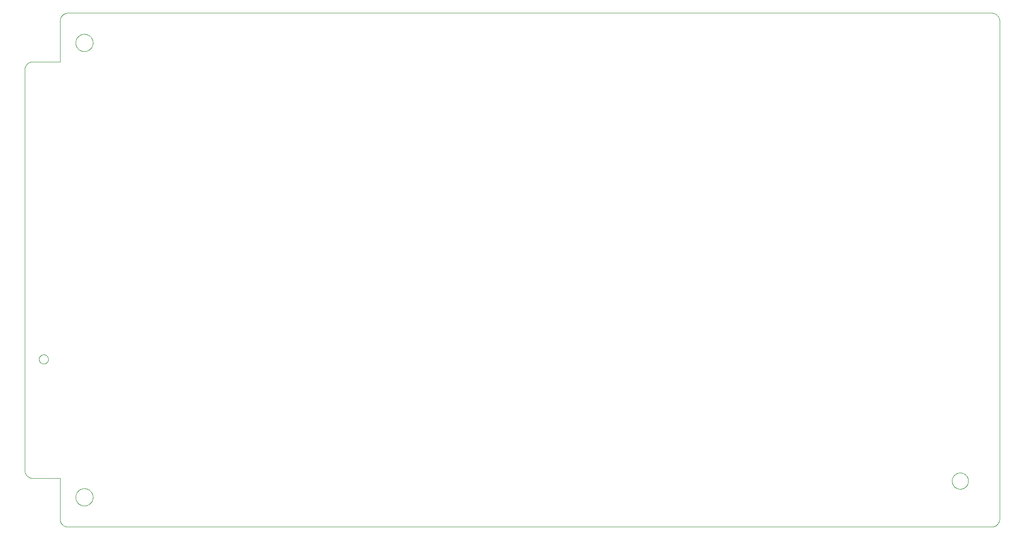
<source format=gko>
G75*
%MOIN*%
%OFA0B0*%
%FSLAX25Y25*%
%IPPOS*%
%LPD*%
%AMOC8*
5,1,8,0,0,1.08239X$1,22.5*
%
%ADD10C,0.00394*%
%ADD11C,0.00000*%
D10*
X0132089Y0075862D02*
X0803349Y0075862D01*
X0803501Y0075864D01*
X0803653Y0075870D01*
X0803805Y0075880D01*
X0803956Y0075893D01*
X0804107Y0075911D01*
X0804258Y0075932D01*
X0804408Y0075958D01*
X0804557Y0075987D01*
X0804706Y0076020D01*
X0804853Y0076057D01*
X0805000Y0076097D01*
X0805145Y0076142D01*
X0805289Y0076190D01*
X0805432Y0076242D01*
X0805574Y0076297D01*
X0805714Y0076356D01*
X0805853Y0076419D01*
X0805990Y0076485D01*
X0806125Y0076555D01*
X0806258Y0076628D01*
X0806389Y0076705D01*
X0806519Y0076785D01*
X0806646Y0076868D01*
X0806771Y0076954D01*
X0806894Y0077044D01*
X0807014Y0077137D01*
X0807132Y0077233D01*
X0807248Y0077332D01*
X0807361Y0077434D01*
X0807471Y0077538D01*
X0807579Y0077646D01*
X0807683Y0077756D01*
X0807785Y0077869D01*
X0807884Y0077985D01*
X0807980Y0078103D01*
X0808073Y0078223D01*
X0808163Y0078346D01*
X0808249Y0078471D01*
X0808332Y0078598D01*
X0808412Y0078728D01*
X0808489Y0078859D01*
X0808562Y0078992D01*
X0808632Y0079127D01*
X0808698Y0079264D01*
X0808761Y0079403D01*
X0808820Y0079543D01*
X0808875Y0079685D01*
X0808927Y0079828D01*
X0808975Y0079972D01*
X0809020Y0080117D01*
X0809060Y0080264D01*
X0809097Y0080411D01*
X0809130Y0080560D01*
X0809159Y0080709D01*
X0809185Y0080859D01*
X0809206Y0081010D01*
X0809224Y0081161D01*
X0809237Y0081312D01*
X0809247Y0081464D01*
X0809253Y0081616D01*
X0809255Y0081768D01*
X0809255Y0443972D01*
X0809253Y0444124D01*
X0809247Y0444276D01*
X0809237Y0444428D01*
X0809224Y0444579D01*
X0809206Y0444730D01*
X0809185Y0444881D01*
X0809159Y0445031D01*
X0809130Y0445180D01*
X0809097Y0445329D01*
X0809060Y0445476D01*
X0809020Y0445623D01*
X0808975Y0445768D01*
X0808927Y0445912D01*
X0808875Y0446055D01*
X0808820Y0446197D01*
X0808761Y0446337D01*
X0808698Y0446476D01*
X0808632Y0446613D01*
X0808562Y0446748D01*
X0808489Y0446881D01*
X0808412Y0447012D01*
X0808332Y0447142D01*
X0808249Y0447269D01*
X0808163Y0447394D01*
X0808073Y0447517D01*
X0807980Y0447637D01*
X0807884Y0447755D01*
X0807785Y0447871D01*
X0807683Y0447984D01*
X0807579Y0448094D01*
X0807471Y0448202D01*
X0807361Y0448306D01*
X0807248Y0448408D01*
X0807132Y0448507D01*
X0807014Y0448603D01*
X0806894Y0448696D01*
X0806771Y0448786D01*
X0806646Y0448872D01*
X0806519Y0448955D01*
X0806389Y0449035D01*
X0806258Y0449112D01*
X0806125Y0449185D01*
X0805990Y0449255D01*
X0805853Y0449321D01*
X0805714Y0449384D01*
X0805574Y0449443D01*
X0805432Y0449498D01*
X0805289Y0449550D01*
X0805145Y0449598D01*
X0805000Y0449643D01*
X0804853Y0449683D01*
X0804706Y0449720D01*
X0804557Y0449753D01*
X0804408Y0449782D01*
X0804258Y0449808D01*
X0804107Y0449829D01*
X0803956Y0449847D01*
X0803805Y0449860D01*
X0803653Y0449870D01*
X0803501Y0449876D01*
X0803349Y0449878D01*
X0132089Y0449878D01*
X0131937Y0449876D01*
X0131785Y0449870D01*
X0131633Y0449860D01*
X0131482Y0449847D01*
X0131331Y0449829D01*
X0131180Y0449808D01*
X0131030Y0449782D01*
X0130881Y0449753D01*
X0130732Y0449720D01*
X0130585Y0449683D01*
X0130438Y0449643D01*
X0130293Y0449598D01*
X0130149Y0449550D01*
X0130006Y0449498D01*
X0129864Y0449443D01*
X0129724Y0449384D01*
X0129585Y0449321D01*
X0129448Y0449255D01*
X0129313Y0449185D01*
X0129180Y0449112D01*
X0129049Y0449035D01*
X0128919Y0448955D01*
X0128792Y0448872D01*
X0128667Y0448786D01*
X0128544Y0448696D01*
X0128424Y0448603D01*
X0128306Y0448507D01*
X0128190Y0448408D01*
X0128077Y0448306D01*
X0127967Y0448202D01*
X0127859Y0448094D01*
X0127755Y0447984D01*
X0127653Y0447871D01*
X0127554Y0447755D01*
X0127458Y0447637D01*
X0127365Y0447517D01*
X0127275Y0447394D01*
X0127189Y0447269D01*
X0127106Y0447142D01*
X0127026Y0447012D01*
X0126949Y0446881D01*
X0126876Y0446748D01*
X0126806Y0446613D01*
X0126740Y0446476D01*
X0126677Y0446337D01*
X0126618Y0446197D01*
X0126563Y0446055D01*
X0126511Y0445912D01*
X0126463Y0445768D01*
X0126418Y0445623D01*
X0126378Y0445476D01*
X0126341Y0445329D01*
X0126308Y0445180D01*
X0126279Y0445031D01*
X0126253Y0444881D01*
X0126232Y0444730D01*
X0126214Y0444579D01*
X0126201Y0444428D01*
X0126191Y0444276D01*
X0126185Y0444124D01*
X0126183Y0443972D01*
X0126184Y0443972D02*
X0126184Y0414445D01*
X0106499Y0414445D01*
X0106347Y0414443D01*
X0106195Y0414437D01*
X0106043Y0414427D01*
X0105892Y0414414D01*
X0105741Y0414396D01*
X0105590Y0414375D01*
X0105440Y0414349D01*
X0105291Y0414320D01*
X0105142Y0414287D01*
X0104995Y0414250D01*
X0104848Y0414210D01*
X0104703Y0414165D01*
X0104559Y0414117D01*
X0104416Y0414065D01*
X0104274Y0414010D01*
X0104134Y0413951D01*
X0103995Y0413888D01*
X0103858Y0413822D01*
X0103723Y0413752D01*
X0103590Y0413679D01*
X0103459Y0413602D01*
X0103329Y0413522D01*
X0103202Y0413439D01*
X0103077Y0413353D01*
X0102954Y0413263D01*
X0102834Y0413170D01*
X0102716Y0413074D01*
X0102600Y0412975D01*
X0102487Y0412873D01*
X0102377Y0412769D01*
X0102269Y0412661D01*
X0102165Y0412551D01*
X0102063Y0412438D01*
X0101964Y0412322D01*
X0101868Y0412204D01*
X0101775Y0412084D01*
X0101685Y0411961D01*
X0101599Y0411836D01*
X0101516Y0411709D01*
X0101436Y0411579D01*
X0101359Y0411448D01*
X0101286Y0411315D01*
X0101216Y0411180D01*
X0101150Y0411043D01*
X0101087Y0410904D01*
X0101028Y0410764D01*
X0100973Y0410622D01*
X0100921Y0410479D01*
X0100873Y0410335D01*
X0100828Y0410190D01*
X0100788Y0410043D01*
X0100751Y0409896D01*
X0100718Y0409747D01*
X0100689Y0409598D01*
X0100663Y0409448D01*
X0100642Y0409297D01*
X0100624Y0409146D01*
X0100611Y0408995D01*
X0100601Y0408843D01*
X0100595Y0408691D01*
X0100593Y0408539D01*
X0100593Y0117201D01*
X0100595Y0117049D01*
X0100601Y0116897D01*
X0100611Y0116745D01*
X0100624Y0116594D01*
X0100642Y0116443D01*
X0100663Y0116292D01*
X0100689Y0116142D01*
X0100718Y0115993D01*
X0100751Y0115844D01*
X0100788Y0115697D01*
X0100828Y0115550D01*
X0100873Y0115405D01*
X0100921Y0115261D01*
X0100973Y0115118D01*
X0101028Y0114976D01*
X0101087Y0114836D01*
X0101150Y0114697D01*
X0101216Y0114560D01*
X0101286Y0114425D01*
X0101359Y0114292D01*
X0101436Y0114161D01*
X0101516Y0114031D01*
X0101599Y0113904D01*
X0101685Y0113779D01*
X0101775Y0113656D01*
X0101868Y0113536D01*
X0101964Y0113418D01*
X0102063Y0113302D01*
X0102165Y0113189D01*
X0102269Y0113079D01*
X0102377Y0112971D01*
X0102487Y0112867D01*
X0102600Y0112765D01*
X0102716Y0112666D01*
X0102834Y0112570D01*
X0102954Y0112477D01*
X0103077Y0112387D01*
X0103202Y0112301D01*
X0103329Y0112218D01*
X0103459Y0112138D01*
X0103590Y0112061D01*
X0103723Y0111988D01*
X0103858Y0111918D01*
X0103995Y0111852D01*
X0104134Y0111789D01*
X0104274Y0111730D01*
X0104416Y0111675D01*
X0104559Y0111623D01*
X0104703Y0111575D01*
X0104848Y0111530D01*
X0104995Y0111490D01*
X0105142Y0111453D01*
X0105291Y0111420D01*
X0105440Y0111391D01*
X0105590Y0111365D01*
X0105741Y0111344D01*
X0105892Y0111326D01*
X0106043Y0111313D01*
X0106195Y0111303D01*
X0106347Y0111297D01*
X0106499Y0111295D01*
X0126184Y0111295D01*
X0126184Y0081768D01*
X0126183Y0081768D02*
X0126185Y0081616D01*
X0126191Y0081464D01*
X0126201Y0081312D01*
X0126214Y0081161D01*
X0126232Y0081010D01*
X0126253Y0080859D01*
X0126279Y0080709D01*
X0126308Y0080560D01*
X0126341Y0080411D01*
X0126378Y0080264D01*
X0126418Y0080117D01*
X0126463Y0079972D01*
X0126511Y0079828D01*
X0126563Y0079685D01*
X0126618Y0079543D01*
X0126677Y0079403D01*
X0126740Y0079264D01*
X0126806Y0079127D01*
X0126876Y0078992D01*
X0126949Y0078859D01*
X0127026Y0078728D01*
X0127106Y0078598D01*
X0127189Y0078471D01*
X0127275Y0078346D01*
X0127365Y0078223D01*
X0127458Y0078103D01*
X0127554Y0077985D01*
X0127653Y0077869D01*
X0127755Y0077756D01*
X0127859Y0077646D01*
X0127967Y0077538D01*
X0128077Y0077434D01*
X0128190Y0077332D01*
X0128306Y0077233D01*
X0128424Y0077137D01*
X0128544Y0077044D01*
X0128667Y0076954D01*
X0128792Y0076868D01*
X0128919Y0076785D01*
X0129049Y0076705D01*
X0129180Y0076628D01*
X0129313Y0076555D01*
X0129448Y0076485D01*
X0129585Y0076419D01*
X0129724Y0076356D01*
X0129864Y0076297D01*
X0130006Y0076242D01*
X0130149Y0076190D01*
X0130293Y0076142D01*
X0130438Y0076097D01*
X0130585Y0076057D01*
X0130732Y0076020D01*
X0130881Y0075987D01*
X0131030Y0075958D01*
X0131180Y0075932D01*
X0131331Y0075911D01*
X0131482Y0075893D01*
X0131633Y0075880D01*
X0131785Y0075870D01*
X0131937Y0075864D01*
X0132089Y0075862D01*
D11*
X0137601Y0097516D02*
X0137603Y0097674D01*
X0137609Y0097832D01*
X0137619Y0097990D01*
X0137633Y0098148D01*
X0137651Y0098305D01*
X0137672Y0098462D01*
X0137698Y0098618D01*
X0137728Y0098774D01*
X0137761Y0098929D01*
X0137799Y0099082D01*
X0137840Y0099235D01*
X0137885Y0099387D01*
X0137934Y0099538D01*
X0137987Y0099687D01*
X0138043Y0099835D01*
X0138103Y0099981D01*
X0138167Y0100126D01*
X0138235Y0100269D01*
X0138306Y0100411D01*
X0138380Y0100551D01*
X0138458Y0100688D01*
X0138540Y0100824D01*
X0138624Y0100958D01*
X0138713Y0101089D01*
X0138804Y0101218D01*
X0138899Y0101345D01*
X0138996Y0101470D01*
X0139097Y0101592D01*
X0139201Y0101711D01*
X0139308Y0101828D01*
X0139418Y0101942D01*
X0139531Y0102053D01*
X0139646Y0102162D01*
X0139764Y0102267D01*
X0139885Y0102369D01*
X0140008Y0102469D01*
X0140134Y0102565D01*
X0140262Y0102658D01*
X0140392Y0102748D01*
X0140525Y0102834D01*
X0140660Y0102918D01*
X0140796Y0102997D01*
X0140935Y0103074D01*
X0141076Y0103146D01*
X0141218Y0103216D01*
X0141362Y0103281D01*
X0141508Y0103343D01*
X0141655Y0103401D01*
X0141804Y0103456D01*
X0141954Y0103507D01*
X0142105Y0103554D01*
X0142257Y0103597D01*
X0142410Y0103636D01*
X0142565Y0103672D01*
X0142720Y0103703D01*
X0142876Y0103731D01*
X0143032Y0103755D01*
X0143189Y0103775D01*
X0143347Y0103791D01*
X0143504Y0103803D01*
X0143663Y0103811D01*
X0143821Y0103815D01*
X0143979Y0103815D01*
X0144137Y0103811D01*
X0144296Y0103803D01*
X0144453Y0103791D01*
X0144611Y0103775D01*
X0144768Y0103755D01*
X0144924Y0103731D01*
X0145080Y0103703D01*
X0145235Y0103672D01*
X0145390Y0103636D01*
X0145543Y0103597D01*
X0145695Y0103554D01*
X0145846Y0103507D01*
X0145996Y0103456D01*
X0146145Y0103401D01*
X0146292Y0103343D01*
X0146438Y0103281D01*
X0146582Y0103216D01*
X0146724Y0103146D01*
X0146865Y0103074D01*
X0147004Y0102997D01*
X0147140Y0102918D01*
X0147275Y0102834D01*
X0147408Y0102748D01*
X0147538Y0102658D01*
X0147666Y0102565D01*
X0147792Y0102469D01*
X0147915Y0102369D01*
X0148036Y0102267D01*
X0148154Y0102162D01*
X0148269Y0102053D01*
X0148382Y0101942D01*
X0148492Y0101828D01*
X0148599Y0101711D01*
X0148703Y0101592D01*
X0148804Y0101470D01*
X0148901Y0101345D01*
X0148996Y0101218D01*
X0149087Y0101089D01*
X0149176Y0100958D01*
X0149260Y0100824D01*
X0149342Y0100688D01*
X0149420Y0100551D01*
X0149494Y0100411D01*
X0149565Y0100269D01*
X0149633Y0100126D01*
X0149697Y0099981D01*
X0149757Y0099835D01*
X0149813Y0099687D01*
X0149866Y0099538D01*
X0149915Y0099387D01*
X0149960Y0099235D01*
X0150001Y0099082D01*
X0150039Y0098929D01*
X0150072Y0098774D01*
X0150102Y0098618D01*
X0150128Y0098462D01*
X0150149Y0098305D01*
X0150167Y0098148D01*
X0150181Y0097990D01*
X0150191Y0097832D01*
X0150197Y0097674D01*
X0150199Y0097516D01*
X0150197Y0097358D01*
X0150191Y0097200D01*
X0150181Y0097042D01*
X0150167Y0096884D01*
X0150149Y0096727D01*
X0150128Y0096570D01*
X0150102Y0096414D01*
X0150072Y0096258D01*
X0150039Y0096103D01*
X0150001Y0095950D01*
X0149960Y0095797D01*
X0149915Y0095645D01*
X0149866Y0095494D01*
X0149813Y0095345D01*
X0149757Y0095197D01*
X0149697Y0095051D01*
X0149633Y0094906D01*
X0149565Y0094763D01*
X0149494Y0094621D01*
X0149420Y0094481D01*
X0149342Y0094344D01*
X0149260Y0094208D01*
X0149176Y0094074D01*
X0149087Y0093943D01*
X0148996Y0093814D01*
X0148901Y0093687D01*
X0148804Y0093562D01*
X0148703Y0093440D01*
X0148599Y0093321D01*
X0148492Y0093204D01*
X0148382Y0093090D01*
X0148269Y0092979D01*
X0148154Y0092870D01*
X0148036Y0092765D01*
X0147915Y0092663D01*
X0147792Y0092563D01*
X0147666Y0092467D01*
X0147538Y0092374D01*
X0147408Y0092284D01*
X0147275Y0092198D01*
X0147140Y0092114D01*
X0147004Y0092035D01*
X0146865Y0091958D01*
X0146724Y0091886D01*
X0146582Y0091816D01*
X0146438Y0091751D01*
X0146292Y0091689D01*
X0146145Y0091631D01*
X0145996Y0091576D01*
X0145846Y0091525D01*
X0145695Y0091478D01*
X0145543Y0091435D01*
X0145390Y0091396D01*
X0145235Y0091360D01*
X0145080Y0091329D01*
X0144924Y0091301D01*
X0144768Y0091277D01*
X0144611Y0091257D01*
X0144453Y0091241D01*
X0144296Y0091229D01*
X0144137Y0091221D01*
X0143979Y0091217D01*
X0143821Y0091217D01*
X0143663Y0091221D01*
X0143504Y0091229D01*
X0143347Y0091241D01*
X0143189Y0091257D01*
X0143032Y0091277D01*
X0142876Y0091301D01*
X0142720Y0091329D01*
X0142565Y0091360D01*
X0142410Y0091396D01*
X0142257Y0091435D01*
X0142105Y0091478D01*
X0141954Y0091525D01*
X0141804Y0091576D01*
X0141655Y0091631D01*
X0141508Y0091689D01*
X0141362Y0091751D01*
X0141218Y0091816D01*
X0141076Y0091886D01*
X0140935Y0091958D01*
X0140796Y0092035D01*
X0140660Y0092114D01*
X0140525Y0092198D01*
X0140392Y0092284D01*
X0140262Y0092374D01*
X0140134Y0092467D01*
X0140008Y0092563D01*
X0139885Y0092663D01*
X0139764Y0092765D01*
X0139646Y0092870D01*
X0139531Y0092979D01*
X0139418Y0093090D01*
X0139308Y0093204D01*
X0139201Y0093321D01*
X0139097Y0093440D01*
X0138996Y0093562D01*
X0138899Y0093687D01*
X0138804Y0093814D01*
X0138713Y0093943D01*
X0138624Y0094074D01*
X0138540Y0094208D01*
X0138458Y0094344D01*
X0138380Y0094481D01*
X0138306Y0094621D01*
X0138235Y0094763D01*
X0138167Y0094906D01*
X0138103Y0095051D01*
X0138043Y0095197D01*
X0137987Y0095345D01*
X0137934Y0095494D01*
X0137885Y0095645D01*
X0137840Y0095797D01*
X0137799Y0095950D01*
X0137761Y0096103D01*
X0137728Y0096258D01*
X0137698Y0096414D01*
X0137672Y0096570D01*
X0137651Y0096727D01*
X0137633Y0096884D01*
X0137619Y0097042D01*
X0137609Y0097200D01*
X0137603Y0097358D01*
X0137601Y0097516D01*
X0111027Y0197909D02*
X0111029Y0198024D01*
X0111035Y0198140D01*
X0111045Y0198255D01*
X0111059Y0198370D01*
X0111077Y0198484D01*
X0111099Y0198597D01*
X0111124Y0198710D01*
X0111154Y0198821D01*
X0111187Y0198932D01*
X0111224Y0199041D01*
X0111265Y0199149D01*
X0111310Y0199256D01*
X0111358Y0199361D01*
X0111410Y0199464D01*
X0111466Y0199565D01*
X0111525Y0199665D01*
X0111587Y0199762D01*
X0111653Y0199857D01*
X0111721Y0199950D01*
X0111793Y0200040D01*
X0111868Y0200128D01*
X0111947Y0200213D01*
X0112028Y0200295D01*
X0112111Y0200375D01*
X0112198Y0200451D01*
X0112287Y0200525D01*
X0112378Y0200595D01*
X0112472Y0200663D01*
X0112568Y0200727D01*
X0112667Y0200787D01*
X0112767Y0200844D01*
X0112869Y0200898D01*
X0112973Y0200948D01*
X0113079Y0200995D01*
X0113186Y0201038D01*
X0113295Y0201077D01*
X0113405Y0201112D01*
X0113516Y0201143D01*
X0113628Y0201171D01*
X0113741Y0201195D01*
X0113855Y0201215D01*
X0113970Y0201231D01*
X0114085Y0201243D01*
X0114200Y0201251D01*
X0114315Y0201255D01*
X0114431Y0201255D01*
X0114546Y0201251D01*
X0114661Y0201243D01*
X0114776Y0201231D01*
X0114891Y0201215D01*
X0115005Y0201195D01*
X0115118Y0201171D01*
X0115230Y0201143D01*
X0115341Y0201112D01*
X0115451Y0201077D01*
X0115560Y0201038D01*
X0115667Y0200995D01*
X0115773Y0200948D01*
X0115877Y0200898D01*
X0115979Y0200844D01*
X0116079Y0200787D01*
X0116178Y0200727D01*
X0116274Y0200663D01*
X0116368Y0200595D01*
X0116459Y0200525D01*
X0116548Y0200451D01*
X0116635Y0200375D01*
X0116718Y0200295D01*
X0116799Y0200213D01*
X0116878Y0200128D01*
X0116953Y0200040D01*
X0117025Y0199950D01*
X0117093Y0199857D01*
X0117159Y0199762D01*
X0117221Y0199665D01*
X0117280Y0199565D01*
X0117336Y0199464D01*
X0117388Y0199361D01*
X0117436Y0199256D01*
X0117481Y0199149D01*
X0117522Y0199041D01*
X0117559Y0198932D01*
X0117592Y0198821D01*
X0117622Y0198710D01*
X0117647Y0198597D01*
X0117669Y0198484D01*
X0117687Y0198370D01*
X0117701Y0198255D01*
X0117711Y0198140D01*
X0117717Y0198024D01*
X0117719Y0197909D01*
X0117717Y0197794D01*
X0117711Y0197678D01*
X0117701Y0197563D01*
X0117687Y0197448D01*
X0117669Y0197334D01*
X0117647Y0197221D01*
X0117622Y0197108D01*
X0117592Y0196997D01*
X0117559Y0196886D01*
X0117522Y0196777D01*
X0117481Y0196669D01*
X0117436Y0196562D01*
X0117388Y0196457D01*
X0117336Y0196354D01*
X0117280Y0196253D01*
X0117221Y0196153D01*
X0117159Y0196056D01*
X0117093Y0195961D01*
X0117025Y0195868D01*
X0116953Y0195778D01*
X0116878Y0195690D01*
X0116799Y0195605D01*
X0116718Y0195523D01*
X0116635Y0195443D01*
X0116548Y0195367D01*
X0116459Y0195293D01*
X0116368Y0195223D01*
X0116274Y0195155D01*
X0116178Y0195091D01*
X0116079Y0195031D01*
X0115979Y0194974D01*
X0115877Y0194920D01*
X0115773Y0194870D01*
X0115667Y0194823D01*
X0115560Y0194780D01*
X0115451Y0194741D01*
X0115341Y0194706D01*
X0115230Y0194675D01*
X0115118Y0194647D01*
X0115005Y0194623D01*
X0114891Y0194603D01*
X0114776Y0194587D01*
X0114661Y0194575D01*
X0114546Y0194567D01*
X0114431Y0194563D01*
X0114315Y0194563D01*
X0114200Y0194567D01*
X0114085Y0194575D01*
X0113970Y0194587D01*
X0113855Y0194603D01*
X0113741Y0194623D01*
X0113628Y0194647D01*
X0113516Y0194675D01*
X0113405Y0194706D01*
X0113295Y0194741D01*
X0113186Y0194780D01*
X0113079Y0194823D01*
X0112973Y0194870D01*
X0112869Y0194920D01*
X0112767Y0194974D01*
X0112667Y0195031D01*
X0112568Y0195091D01*
X0112472Y0195155D01*
X0112378Y0195223D01*
X0112287Y0195293D01*
X0112198Y0195367D01*
X0112111Y0195443D01*
X0112028Y0195523D01*
X0111947Y0195605D01*
X0111868Y0195690D01*
X0111793Y0195778D01*
X0111721Y0195868D01*
X0111653Y0195961D01*
X0111587Y0196056D01*
X0111525Y0196153D01*
X0111466Y0196253D01*
X0111410Y0196354D01*
X0111358Y0196457D01*
X0111310Y0196562D01*
X0111265Y0196669D01*
X0111224Y0196777D01*
X0111187Y0196886D01*
X0111154Y0196997D01*
X0111124Y0197108D01*
X0111099Y0197221D01*
X0111077Y0197334D01*
X0111059Y0197448D01*
X0111045Y0197563D01*
X0111035Y0197678D01*
X0111029Y0197794D01*
X0111027Y0197909D01*
X0137601Y0428224D02*
X0137603Y0428382D01*
X0137609Y0428540D01*
X0137619Y0428698D01*
X0137633Y0428856D01*
X0137651Y0429013D01*
X0137672Y0429170D01*
X0137698Y0429326D01*
X0137728Y0429482D01*
X0137761Y0429637D01*
X0137799Y0429790D01*
X0137840Y0429943D01*
X0137885Y0430095D01*
X0137934Y0430246D01*
X0137987Y0430395D01*
X0138043Y0430543D01*
X0138103Y0430689D01*
X0138167Y0430834D01*
X0138235Y0430977D01*
X0138306Y0431119D01*
X0138380Y0431259D01*
X0138458Y0431396D01*
X0138540Y0431532D01*
X0138624Y0431666D01*
X0138713Y0431797D01*
X0138804Y0431926D01*
X0138899Y0432053D01*
X0138996Y0432178D01*
X0139097Y0432300D01*
X0139201Y0432419D01*
X0139308Y0432536D01*
X0139418Y0432650D01*
X0139531Y0432761D01*
X0139646Y0432870D01*
X0139764Y0432975D01*
X0139885Y0433077D01*
X0140008Y0433177D01*
X0140134Y0433273D01*
X0140262Y0433366D01*
X0140392Y0433456D01*
X0140525Y0433542D01*
X0140660Y0433626D01*
X0140796Y0433705D01*
X0140935Y0433782D01*
X0141076Y0433854D01*
X0141218Y0433924D01*
X0141362Y0433989D01*
X0141508Y0434051D01*
X0141655Y0434109D01*
X0141804Y0434164D01*
X0141954Y0434215D01*
X0142105Y0434262D01*
X0142257Y0434305D01*
X0142410Y0434344D01*
X0142565Y0434380D01*
X0142720Y0434411D01*
X0142876Y0434439D01*
X0143032Y0434463D01*
X0143189Y0434483D01*
X0143347Y0434499D01*
X0143504Y0434511D01*
X0143663Y0434519D01*
X0143821Y0434523D01*
X0143979Y0434523D01*
X0144137Y0434519D01*
X0144296Y0434511D01*
X0144453Y0434499D01*
X0144611Y0434483D01*
X0144768Y0434463D01*
X0144924Y0434439D01*
X0145080Y0434411D01*
X0145235Y0434380D01*
X0145390Y0434344D01*
X0145543Y0434305D01*
X0145695Y0434262D01*
X0145846Y0434215D01*
X0145996Y0434164D01*
X0146145Y0434109D01*
X0146292Y0434051D01*
X0146438Y0433989D01*
X0146582Y0433924D01*
X0146724Y0433854D01*
X0146865Y0433782D01*
X0147004Y0433705D01*
X0147140Y0433626D01*
X0147275Y0433542D01*
X0147408Y0433456D01*
X0147538Y0433366D01*
X0147666Y0433273D01*
X0147792Y0433177D01*
X0147915Y0433077D01*
X0148036Y0432975D01*
X0148154Y0432870D01*
X0148269Y0432761D01*
X0148382Y0432650D01*
X0148492Y0432536D01*
X0148599Y0432419D01*
X0148703Y0432300D01*
X0148804Y0432178D01*
X0148901Y0432053D01*
X0148996Y0431926D01*
X0149087Y0431797D01*
X0149176Y0431666D01*
X0149260Y0431532D01*
X0149342Y0431396D01*
X0149420Y0431259D01*
X0149494Y0431119D01*
X0149565Y0430977D01*
X0149633Y0430834D01*
X0149697Y0430689D01*
X0149757Y0430543D01*
X0149813Y0430395D01*
X0149866Y0430246D01*
X0149915Y0430095D01*
X0149960Y0429943D01*
X0150001Y0429790D01*
X0150039Y0429637D01*
X0150072Y0429482D01*
X0150102Y0429326D01*
X0150128Y0429170D01*
X0150149Y0429013D01*
X0150167Y0428856D01*
X0150181Y0428698D01*
X0150191Y0428540D01*
X0150197Y0428382D01*
X0150199Y0428224D01*
X0150197Y0428066D01*
X0150191Y0427908D01*
X0150181Y0427750D01*
X0150167Y0427592D01*
X0150149Y0427435D01*
X0150128Y0427278D01*
X0150102Y0427122D01*
X0150072Y0426966D01*
X0150039Y0426811D01*
X0150001Y0426658D01*
X0149960Y0426505D01*
X0149915Y0426353D01*
X0149866Y0426202D01*
X0149813Y0426053D01*
X0149757Y0425905D01*
X0149697Y0425759D01*
X0149633Y0425614D01*
X0149565Y0425471D01*
X0149494Y0425329D01*
X0149420Y0425189D01*
X0149342Y0425052D01*
X0149260Y0424916D01*
X0149176Y0424782D01*
X0149087Y0424651D01*
X0148996Y0424522D01*
X0148901Y0424395D01*
X0148804Y0424270D01*
X0148703Y0424148D01*
X0148599Y0424029D01*
X0148492Y0423912D01*
X0148382Y0423798D01*
X0148269Y0423687D01*
X0148154Y0423578D01*
X0148036Y0423473D01*
X0147915Y0423371D01*
X0147792Y0423271D01*
X0147666Y0423175D01*
X0147538Y0423082D01*
X0147408Y0422992D01*
X0147275Y0422906D01*
X0147140Y0422822D01*
X0147004Y0422743D01*
X0146865Y0422666D01*
X0146724Y0422594D01*
X0146582Y0422524D01*
X0146438Y0422459D01*
X0146292Y0422397D01*
X0146145Y0422339D01*
X0145996Y0422284D01*
X0145846Y0422233D01*
X0145695Y0422186D01*
X0145543Y0422143D01*
X0145390Y0422104D01*
X0145235Y0422068D01*
X0145080Y0422037D01*
X0144924Y0422009D01*
X0144768Y0421985D01*
X0144611Y0421965D01*
X0144453Y0421949D01*
X0144296Y0421937D01*
X0144137Y0421929D01*
X0143979Y0421925D01*
X0143821Y0421925D01*
X0143663Y0421929D01*
X0143504Y0421937D01*
X0143347Y0421949D01*
X0143189Y0421965D01*
X0143032Y0421985D01*
X0142876Y0422009D01*
X0142720Y0422037D01*
X0142565Y0422068D01*
X0142410Y0422104D01*
X0142257Y0422143D01*
X0142105Y0422186D01*
X0141954Y0422233D01*
X0141804Y0422284D01*
X0141655Y0422339D01*
X0141508Y0422397D01*
X0141362Y0422459D01*
X0141218Y0422524D01*
X0141076Y0422594D01*
X0140935Y0422666D01*
X0140796Y0422743D01*
X0140660Y0422822D01*
X0140525Y0422906D01*
X0140392Y0422992D01*
X0140262Y0423082D01*
X0140134Y0423175D01*
X0140008Y0423271D01*
X0139885Y0423371D01*
X0139764Y0423473D01*
X0139646Y0423578D01*
X0139531Y0423687D01*
X0139418Y0423798D01*
X0139308Y0423912D01*
X0139201Y0424029D01*
X0139097Y0424148D01*
X0138996Y0424270D01*
X0138899Y0424395D01*
X0138804Y0424522D01*
X0138713Y0424651D01*
X0138624Y0424782D01*
X0138540Y0424916D01*
X0138458Y0425052D01*
X0138380Y0425189D01*
X0138306Y0425329D01*
X0138235Y0425471D01*
X0138167Y0425614D01*
X0138103Y0425759D01*
X0138043Y0425905D01*
X0137987Y0426053D01*
X0137934Y0426202D01*
X0137885Y0426353D01*
X0137840Y0426505D01*
X0137799Y0426658D01*
X0137761Y0426811D01*
X0137728Y0426966D01*
X0137698Y0427122D01*
X0137672Y0427278D01*
X0137651Y0427435D01*
X0137633Y0427592D01*
X0137619Y0427750D01*
X0137609Y0427908D01*
X0137603Y0428066D01*
X0137601Y0428224D01*
X0774656Y0109327D02*
X0774658Y0109480D01*
X0774664Y0109634D01*
X0774674Y0109787D01*
X0774688Y0109939D01*
X0774706Y0110092D01*
X0774728Y0110243D01*
X0774753Y0110394D01*
X0774783Y0110545D01*
X0774817Y0110695D01*
X0774854Y0110843D01*
X0774895Y0110991D01*
X0774940Y0111137D01*
X0774989Y0111283D01*
X0775042Y0111427D01*
X0775098Y0111569D01*
X0775158Y0111710D01*
X0775222Y0111850D01*
X0775289Y0111988D01*
X0775360Y0112124D01*
X0775435Y0112258D01*
X0775512Y0112390D01*
X0775594Y0112520D01*
X0775678Y0112648D01*
X0775766Y0112774D01*
X0775857Y0112897D01*
X0775951Y0113018D01*
X0776049Y0113136D01*
X0776149Y0113252D01*
X0776253Y0113365D01*
X0776359Y0113476D01*
X0776468Y0113584D01*
X0776580Y0113689D01*
X0776694Y0113790D01*
X0776812Y0113889D01*
X0776931Y0113985D01*
X0777053Y0114078D01*
X0777178Y0114167D01*
X0777305Y0114254D01*
X0777434Y0114336D01*
X0777565Y0114416D01*
X0777698Y0114492D01*
X0777833Y0114565D01*
X0777970Y0114634D01*
X0778109Y0114699D01*
X0778249Y0114761D01*
X0778391Y0114819D01*
X0778534Y0114874D01*
X0778679Y0114925D01*
X0778825Y0114972D01*
X0778972Y0115015D01*
X0779120Y0115054D01*
X0779269Y0115090D01*
X0779419Y0115121D01*
X0779570Y0115149D01*
X0779721Y0115173D01*
X0779874Y0115193D01*
X0780026Y0115209D01*
X0780179Y0115221D01*
X0780332Y0115229D01*
X0780485Y0115233D01*
X0780639Y0115233D01*
X0780792Y0115229D01*
X0780945Y0115221D01*
X0781098Y0115209D01*
X0781250Y0115193D01*
X0781403Y0115173D01*
X0781554Y0115149D01*
X0781705Y0115121D01*
X0781855Y0115090D01*
X0782004Y0115054D01*
X0782152Y0115015D01*
X0782299Y0114972D01*
X0782445Y0114925D01*
X0782590Y0114874D01*
X0782733Y0114819D01*
X0782875Y0114761D01*
X0783015Y0114699D01*
X0783154Y0114634D01*
X0783291Y0114565D01*
X0783426Y0114492D01*
X0783559Y0114416D01*
X0783690Y0114336D01*
X0783819Y0114254D01*
X0783946Y0114167D01*
X0784071Y0114078D01*
X0784193Y0113985D01*
X0784312Y0113889D01*
X0784430Y0113790D01*
X0784544Y0113689D01*
X0784656Y0113584D01*
X0784765Y0113476D01*
X0784871Y0113365D01*
X0784975Y0113252D01*
X0785075Y0113136D01*
X0785173Y0113018D01*
X0785267Y0112897D01*
X0785358Y0112774D01*
X0785446Y0112648D01*
X0785530Y0112520D01*
X0785612Y0112390D01*
X0785689Y0112258D01*
X0785764Y0112124D01*
X0785835Y0111988D01*
X0785902Y0111850D01*
X0785966Y0111710D01*
X0786026Y0111569D01*
X0786082Y0111427D01*
X0786135Y0111283D01*
X0786184Y0111137D01*
X0786229Y0110991D01*
X0786270Y0110843D01*
X0786307Y0110695D01*
X0786341Y0110545D01*
X0786371Y0110394D01*
X0786396Y0110243D01*
X0786418Y0110092D01*
X0786436Y0109939D01*
X0786450Y0109787D01*
X0786460Y0109634D01*
X0786466Y0109480D01*
X0786468Y0109327D01*
X0786466Y0109174D01*
X0786460Y0109020D01*
X0786450Y0108867D01*
X0786436Y0108715D01*
X0786418Y0108562D01*
X0786396Y0108411D01*
X0786371Y0108260D01*
X0786341Y0108109D01*
X0786307Y0107959D01*
X0786270Y0107811D01*
X0786229Y0107663D01*
X0786184Y0107517D01*
X0786135Y0107371D01*
X0786082Y0107227D01*
X0786026Y0107085D01*
X0785966Y0106944D01*
X0785902Y0106804D01*
X0785835Y0106666D01*
X0785764Y0106530D01*
X0785689Y0106396D01*
X0785612Y0106264D01*
X0785530Y0106134D01*
X0785446Y0106006D01*
X0785358Y0105880D01*
X0785267Y0105757D01*
X0785173Y0105636D01*
X0785075Y0105518D01*
X0784975Y0105402D01*
X0784871Y0105289D01*
X0784765Y0105178D01*
X0784656Y0105070D01*
X0784544Y0104965D01*
X0784430Y0104864D01*
X0784312Y0104765D01*
X0784193Y0104669D01*
X0784071Y0104576D01*
X0783946Y0104487D01*
X0783819Y0104400D01*
X0783690Y0104318D01*
X0783559Y0104238D01*
X0783426Y0104162D01*
X0783291Y0104089D01*
X0783154Y0104020D01*
X0783015Y0103955D01*
X0782875Y0103893D01*
X0782733Y0103835D01*
X0782590Y0103780D01*
X0782445Y0103729D01*
X0782299Y0103682D01*
X0782152Y0103639D01*
X0782004Y0103600D01*
X0781855Y0103564D01*
X0781705Y0103533D01*
X0781554Y0103505D01*
X0781403Y0103481D01*
X0781250Y0103461D01*
X0781098Y0103445D01*
X0780945Y0103433D01*
X0780792Y0103425D01*
X0780639Y0103421D01*
X0780485Y0103421D01*
X0780332Y0103425D01*
X0780179Y0103433D01*
X0780026Y0103445D01*
X0779874Y0103461D01*
X0779721Y0103481D01*
X0779570Y0103505D01*
X0779419Y0103533D01*
X0779269Y0103564D01*
X0779120Y0103600D01*
X0778972Y0103639D01*
X0778825Y0103682D01*
X0778679Y0103729D01*
X0778534Y0103780D01*
X0778391Y0103835D01*
X0778249Y0103893D01*
X0778109Y0103955D01*
X0777970Y0104020D01*
X0777833Y0104089D01*
X0777698Y0104162D01*
X0777565Y0104238D01*
X0777434Y0104318D01*
X0777305Y0104400D01*
X0777178Y0104487D01*
X0777053Y0104576D01*
X0776931Y0104669D01*
X0776812Y0104765D01*
X0776694Y0104864D01*
X0776580Y0104965D01*
X0776468Y0105070D01*
X0776359Y0105178D01*
X0776253Y0105289D01*
X0776149Y0105402D01*
X0776049Y0105518D01*
X0775951Y0105636D01*
X0775857Y0105757D01*
X0775766Y0105880D01*
X0775678Y0106006D01*
X0775594Y0106134D01*
X0775512Y0106264D01*
X0775435Y0106396D01*
X0775360Y0106530D01*
X0775289Y0106666D01*
X0775222Y0106804D01*
X0775158Y0106944D01*
X0775098Y0107085D01*
X0775042Y0107227D01*
X0774989Y0107371D01*
X0774940Y0107517D01*
X0774895Y0107663D01*
X0774854Y0107811D01*
X0774817Y0107959D01*
X0774783Y0108109D01*
X0774753Y0108260D01*
X0774728Y0108411D01*
X0774706Y0108562D01*
X0774688Y0108715D01*
X0774674Y0108867D01*
X0774664Y0109020D01*
X0774658Y0109174D01*
X0774656Y0109327D01*
M02*

</source>
